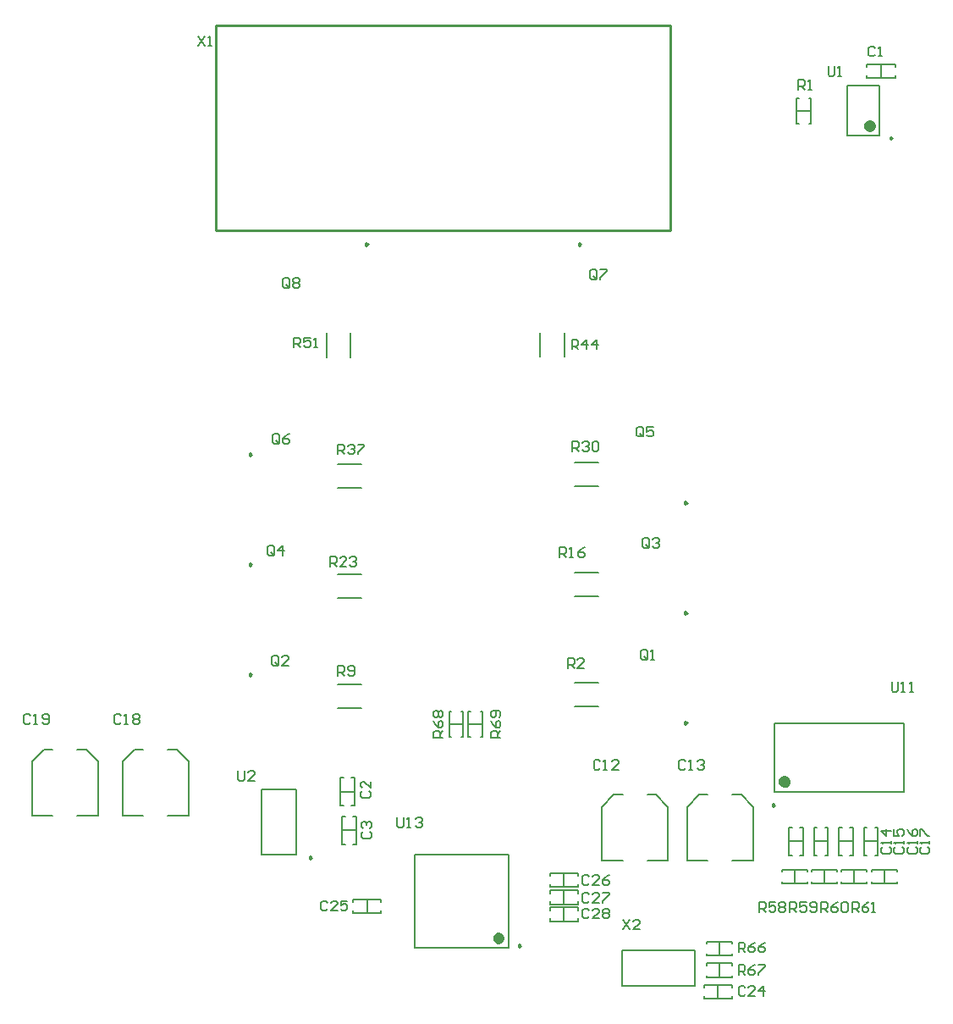
<source format=gto>
G04*
G04 #@! TF.GenerationSoftware,Altium Limited,Altium Designer,20.0.13 (296)*
G04*
G04 Layer_Color=65535*
%FSLAX25Y25*%
%MOIN*%
G70*
G01*
G75*
%ADD10C,0.00984*%
%ADD11C,0.02362*%
%ADD12C,0.00787*%
%ADD13C,0.00591*%
%ADD14C,0.01000*%
D10*
X325621Y82643D02*
X324883Y83069D01*
Y82217D01*
X325621Y82643D01*
X119452Y177355D02*
X118714Y177781D01*
Y176929D01*
X119452Y177355D01*
Y134048D02*
X118714Y134474D01*
Y133622D01*
X119452Y134048D01*
X290981Y115017D02*
X290243Y115443D01*
Y114591D01*
X290981Y115017D01*
Y158324D02*
X290243Y158750D01*
Y157898D01*
X290981Y158324D01*
Y201631D02*
X290243Y202057D01*
Y201205D01*
X290981Y201631D01*
X249198Y303335D02*
X248460Y303761D01*
Y302909D01*
X249198Y303335D01*
X119452Y220662D02*
X118714Y221088D01*
Y220236D01*
X119452Y220662D01*
X165306Y303335D02*
X164568Y303761D01*
Y302909D01*
X165306Y303335D01*
X225430Y27253D02*
X224692Y27680D01*
Y26827D01*
X225430Y27253D01*
X371776Y345123D02*
X371038Y345549D01*
Y344697D01*
X371776Y345123D01*
X143151Y61939D02*
X142413Y62365D01*
Y61512D01*
X143151Y61939D01*
D11*
X330503Y91895D02*
X330058Y92818D01*
X329059Y93046D01*
X328257Y92407D01*
Y91382D01*
X329059Y90743D01*
X330058Y90971D01*
X330503Y91895D01*
X217950Y30305D02*
X217505Y31228D01*
X216506Y31456D01*
X215705Y30817D01*
Y29792D01*
X216506Y29153D01*
X217505Y29381D01*
X217950Y30305D01*
X364099Y350064D02*
X363654Y350987D01*
X362655Y351215D01*
X361854Y350576D01*
Y349551D01*
X362655Y348912D01*
X363654Y349140D01*
X364099Y350064D01*
D12*
X325384Y87958D02*
X376566D01*
X325384Y114729D02*
X376566D01*
X325384Y87958D02*
Y114729D01*
X376566Y87958D02*
Y114729D01*
X153324Y164058D02*
X162773D01*
X153324Y173507D02*
X162773D01*
X153324Y120751D02*
X162773D01*
X153324Y130200D02*
X162773D01*
X257555Y60690D02*
Y82000D01*
Y60690D02*
X265725D01*
X275370D02*
X283540D01*
Y82000D01*
X262230Y86675D02*
X265725D01*
X257555Y82000D02*
X262230Y86675D01*
X278864D02*
X283540Y82000D01*
X275370Y86675D02*
X278864D01*
X246676Y130972D02*
X256124D01*
X246676Y121523D02*
X256124D01*
X246676Y174279D02*
X256124D01*
X246676Y164830D02*
X256124D01*
X246676Y217586D02*
X256124D01*
X246676Y208137D02*
X256124D01*
X233223Y259122D02*
Y268571D01*
X242672Y259122D02*
Y268571D01*
X153324Y207365D02*
X162773D01*
X153324Y216814D02*
X162773D01*
X149177Y258966D02*
Y268414D01*
X158625Y258966D02*
Y268414D01*
X50818Y104516D02*
X54312D01*
X58987Y99841D01*
X33003D02*
X37678Y104516D01*
X41172D01*
X58987Y78532D02*
Y99841D01*
X50818Y78532D02*
X58987D01*
X33003D02*
X41172D01*
X33003D02*
Y99841D01*
X86596Y104516D02*
X90090D01*
X94765Y99841D01*
X68781D02*
X73456Y104516D01*
X76950D01*
X94765Y78532D02*
Y99841D01*
X86596Y78532D02*
X94765D01*
X68781D02*
X76950D01*
X68781D02*
Y99841D01*
X308886Y86671D02*
X312380D01*
X317056Y81996D01*
X291071D02*
X295746Y86671D01*
X299241D01*
X317056Y60687D02*
Y81996D01*
X308886Y60687D02*
X317056D01*
X291071D02*
X299241D01*
X291071D02*
Y81996D01*
X294050Y11440D02*
Y25440D01*
X265550D02*
X294050D01*
X265550Y11440D02*
Y25440D01*
Y11440D02*
X294050D01*
X220706Y26368D02*
Y63178D01*
X183895Y26368D02*
Y63178D01*
Y26368D02*
X220706D01*
X183895Y63178D02*
X220706D01*
X354257Y365812D02*
X366855D01*
X354257Y346127D02*
X366855D01*
X354257D02*
Y365812D01*
X366855Y346127D02*
Y365812D01*
X123368Y63317D02*
Y88907D01*
X137147D01*
Y63317D02*
Y88712D01*
X123368Y63317D02*
X137147D01*
X217627Y109181D02*
X213691D01*
Y111149D01*
X214348Y111805D01*
X215659D01*
X216315Y111149D01*
Y109181D01*
Y110493D02*
X217627Y111805D01*
X213691Y115741D02*
X214348Y114429D01*
X215659Y113117D01*
X216971D01*
X217627Y113773D01*
Y115085D01*
X216971Y115741D01*
X216315D01*
X215659Y115085D01*
Y113117D01*
X216971Y117053D02*
X217627Y117709D01*
Y119021D01*
X216971Y119676D01*
X214348D01*
X213691Y119021D01*
Y117709D01*
X214348Y117053D01*
X215003D01*
X215659Y117709D01*
Y119676D01*
X194949Y109320D02*
X191014D01*
Y111288D01*
X191670Y111944D01*
X192982D01*
X193638Y111288D01*
Y109320D01*
Y110632D02*
X194949Y111944D01*
X191014Y115880D02*
X191670Y114568D01*
X192982Y113256D01*
X194294D01*
X194949Y113912D01*
Y115224D01*
X194294Y115880D01*
X193638D01*
X192982Y115224D01*
Y113256D01*
X191670Y117192D02*
X191014Y117848D01*
Y119160D01*
X191670Y119816D01*
X192326D01*
X192982Y119160D01*
X193638Y119816D01*
X194294D01*
X194949Y119160D01*
Y117848D01*
X194294Y117192D01*
X193638D01*
X192982Y117848D01*
X192326Y117192D01*
X191670D01*
X192982Y117848D02*
Y119160D01*
X365065Y380625D02*
X364409Y381280D01*
X363097D01*
X362441Y380625D01*
Y378001D01*
X363097Y377345D01*
X364409D01*
X365065Y378001D01*
X366377Y377345D02*
X367688D01*
X367033D01*
Y381280D01*
X366377Y380625D01*
X32424Y117780D02*
X31768Y118436D01*
X30456D01*
X29800Y117780D01*
Y115156D01*
X30456Y114500D01*
X31768D01*
X32424Y115156D01*
X33736Y114500D02*
X35048D01*
X34392D01*
Y118436D01*
X33736Y117780D01*
X37016Y115156D02*
X37672Y114500D01*
X38983D01*
X39639Y115156D01*
Y117780D01*
X38983Y118436D01*
X37672D01*
X37016Y117780D01*
Y117124D01*
X37672Y116468D01*
X39639D01*
X290473Y99876D02*
X289816Y100532D01*
X288505D01*
X287849Y99876D01*
Y97252D01*
X288505Y96596D01*
X289816D01*
X290473Y97252D01*
X291784Y96596D02*
X293096D01*
X292440D01*
Y100532D01*
X291784Y99876D01*
X295064D02*
X295720Y100532D01*
X297032D01*
X297688Y99876D01*
Y99220D01*
X297032Y98564D01*
X296376D01*
X297032D01*
X297688Y97908D01*
Y97252D01*
X297032Y96596D01*
X295720D01*
X295064Y97252D01*
X68124Y117780D02*
X67468Y118436D01*
X66156D01*
X65500Y117780D01*
Y115156D01*
X66156Y114500D01*
X67468D01*
X68124Y115156D01*
X69436Y114500D02*
X70748D01*
X70092D01*
Y118436D01*
X69436Y117780D01*
X72716D02*
X73371Y118436D01*
X74683D01*
X75339Y117780D01*
Y117124D01*
X74683Y116468D01*
X75339Y115812D01*
Y115156D01*
X74683Y114500D01*
X73371D01*
X72716Y115156D01*
Y115812D01*
X73371Y116468D01*
X72716Y117124D01*
Y117780D01*
X73371Y116468D02*
X74683D01*
X256923Y99880D02*
X256267Y100536D01*
X254955D01*
X254299Y99880D01*
Y97256D01*
X254955Y96600D01*
X256267D01*
X256923Y97256D01*
X258235Y96600D02*
X259547D01*
X258891D01*
Y100536D01*
X258235Y99880D01*
X264139Y96600D02*
X261515D01*
X264139Y99224D01*
Y99880D01*
X263483Y100536D01*
X262171D01*
X261515Y99880D01*
X98433Y385333D02*
X101057Y381397D01*
Y385333D02*
X98433Y381397D01*
X102369D02*
X103681D01*
X103025D01*
Y385333D01*
X102369Y384677D01*
X265800Y37636D02*
X268424Y33700D01*
Y37636D02*
X265800Y33700D01*
X272360D02*
X269736D01*
X272360Y36324D01*
Y36980D01*
X271704Y37636D01*
X270392D01*
X269736Y36980D01*
X176800Y77736D02*
Y74456D01*
X177456Y73800D01*
X178768D01*
X179424Y74456D01*
Y77736D01*
X180736Y73800D02*
X182048D01*
X181392D01*
Y77736D01*
X180736Y77080D01*
X184016D02*
X184671Y77736D01*
X185983D01*
X186639Y77080D01*
Y76424D01*
X185983Y75768D01*
X185327D01*
X185983D01*
X186639Y75112D01*
Y74456D01*
X185983Y73800D01*
X184671D01*
X184016Y74456D01*
X346641Y373580D02*
Y370301D01*
X347297Y369645D01*
X348609D01*
X349265Y370301D01*
Y373580D01*
X350577Y369645D02*
X351888D01*
X351233D01*
Y373580D01*
X350577Y372924D01*
X114236Y96095D02*
Y92815D01*
X114892Y92159D01*
X116204D01*
X116860Y92815D01*
Y96095D01*
X120796Y92159D02*
X118172D01*
X120796Y94783D01*
Y95439D01*
X120140Y96095D01*
X118828D01*
X118172Y95439D01*
X371631Y131167D02*
Y127888D01*
X372287Y127232D01*
X373599D01*
X374254Y127888D01*
Y131167D01*
X375566Y127232D02*
X376878D01*
X376222D01*
Y131167D01*
X375566Y130511D01*
X378846Y127232D02*
X380158D01*
X379502D01*
Y131167D01*
X378846Y130511D01*
X311332Y15977D02*
Y19913D01*
X313300D01*
X313956Y19257D01*
Y17945D01*
X313300Y17289D01*
X311332D01*
X312644D02*
X313956Y15977D01*
X317891Y19913D02*
X316580Y19257D01*
X315268Y17945D01*
Y16633D01*
X315924Y15977D01*
X317235D01*
X317891Y16633D01*
Y17289D01*
X317235Y17945D01*
X315268D01*
X319203Y19913D02*
X321827D01*
Y19257D01*
X319203Y16633D01*
Y15977D01*
X311332Y24707D02*
Y28643D01*
X313300D01*
X313956Y27987D01*
Y26675D01*
X313300Y26019D01*
X311332D01*
X312644D02*
X313956Y24707D01*
X317891Y28643D02*
X316580Y27987D01*
X315268Y26675D01*
Y25363D01*
X315924Y24707D01*
X317235D01*
X317891Y25363D01*
Y26019D01*
X317235Y26675D01*
X315268D01*
X321827Y28643D02*
X320515Y27987D01*
X319203Y26675D01*
Y25363D01*
X319859Y24707D01*
X321171D01*
X321827Y25363D01*
Y26019D01*
X321171Y26675D01*
X319203D01*
X334741Y364145D02*
Y368080D01*
X336709D01*
X337365Y367425D01*
Y366113D01*
X336709Y365457D01*
X334741D01*
X336053D02*
X337365Y364145D01*
X338677D02*
X339988D01*
X339333D01*
Y368080D01*
X338677Y367425D01*
X136285Y262714D02*
Y266650D01*
X138253D01*
X138909Y265994D01*
Y264682D01*
X138253Y264026D01*
X136285D01*
X137597D02*
X138909Y262714D01*
X142845Y266650D02*
X140221D01*
Y264682D01*
X141533Y265338D01*
X142189D01*
X142845Y264682D01*
Y263370D01*
X142189Y262714D01*
X140877D01*
X140221Y263370D01*
X144157Y262714D02*
X145468D01*
X144813D01*
Y266650D01*
X144157Y265994D01*
X245635Y262019D02*
Y265955D01*
X247603D01*
X248259Y265299D01*
Y263987D01*
X247603Y263331D01*
X245635D01*
X246947D02*
X248259Y262019D01*
X251539D02*
Y265955D01*
X249571Y263987D01*
X252195D01*
X255474Y262019D02*
Y265955D01*
X253506Y263987D01*
X256130D01*
X153434Y220701D02*
Y224637D01*
X155402D01*
X156058Y223981D01*
Y222669D01*
X155402Y222013D01*
X153434D01*
X154746D02*
X156058Y220701D01*
X157369Y223981D02*
X158026Y224637D01*
X159337D01*
X159993Y223981D01*
Y223325D01*
X159337Y222669D01*
X158681D01*
X159337D01*
X159993Y222013D01*
Y221357D01*
X159337Y220701D01*
X158026D01*
X157369Y221357D01*
X161305Y224637D02*
X163929D01*
Y223981D01*
X161305Y221357D01*
Y220701D01*
X245782Y221952D02*
Y225888D01*
X247749D01*
X248406Y225232D01*
Y223920D01*
X247749Y223264D01*
X245782D01*
X247094D02*
X248406Y221952D01*
X249717Y225232D02*
X250373Y225888D01*
X251685D01*
X252341Y225232D01*
Y224576D01*
X251685Y223920D01*
X251029D01*
X251685D01*
X252341Y223264D01*
Y222608D01*
X251685Y221952D01*
X250373D01*
X249717Y222608D01*
X253653Y225232D02*
X254309Y225888D01*
X255621D01*
X256277Y225232D01*
Y222608D01*
X255621Y221952D01*
X254309D01*
X253653Y222608D01*
Y225232D01*
X150392Y176512D02*
Y180447D01*
X152360D01*
X153016Y179791D01*
Y178479D01*
X152360Y177823D01*
X150392D01*
X151704D02*
X153016Y176512D01*
X156951D02*
X154327D01*
X156951Y179135D01*
Y179791D01*
X156295Y180447D01*
X154983D01*
X154327Y179791D01*
X158263D02*
X158919Y180447D01*
X160231D01*
X160887Y179791D01*
Y179135D01*
X160231Y178479D01*
X159575D01*
X160231D01*
X160887Y177823D01*
Y177167D01*
X160231Y176512D01*
X158919D01*
X158263Y177167D01*
X240963Y180215D02*
Y184151D01*
X242931D01*
X243587Y183495D01*
Y182183D01*
X242931Y181527D01*
X240963D01*
X242275D02*
X243587Y180215D01*
X244899D02*
X246211D01*
X245555D01*
Y184151D01*
X244899Y183495D01*
X250802Y184151D02*
X249491Y183495D01*
X248179Y182183D01*
Y180871D01*
X248835Y180215D01*
X250147D01*
X250802Y180871D01*
Y181527D01*
X250147Y182183D01*
X248179D01*
X153430Y133637D02*
Y137573D01*
X155398D01*
X156054Y136917D01*
Y135605D01*
X155398Y134949D01*
X153430D01*
X154742D02*
X156054Y133637D01*
X157366Y134293D02*
X158022Y133637D01*
X159334D01*
X159990Y134293D01*
Y136917D01*
X159334Y137573D01*
X158022D01*
X157366Y136917D01*
Y136261D01*
X158022Y135605D01*
X159990D01*
X244017Y136405D02*
Y140340D01*
X245985D01*
X246641Y139684D01*
Y138373D01*
X245985Y137716D01*
X244017D01*
X245329D02*
X246641Y136405D01*
X250577D02*
X247953D01*
X250577Y139028D01*
Y139684D01*
X249921Y140340D01*
X248609D01*
X247953Y139684D01*
X356053Y40540D02*
Y44476D01*
X358021D01*
X358677Y43820D01*
Y42508D01*
X358021Y41852D01*
X356053D01*
X357365D02*
X358677Y40540D01*
X362613Y44476D02*
X361301Y43820D01*
X359989Y42508D01*
Y41196D01*
X360645Y40540D01*
X361957D01*
X362613Y41196D01*
Y41852D01*
X361957Y42508D01*
X359989D01*
X363925Y40540D02*
X365236D01*
X364580D01*
Y44476D01*
X363925Y43820D01*
X343848Y40540D02*
Y44476D01*
X345816D01*
X346472Y43820D01*
Y42508D01*
X345816Y41852D01*
X343848D01*
X345161D02*
X346472Y40540D01*
X350408Y44476D02*
X349096Y43820D01*
X347784Y42508D01*
Y41196D01*
X348440Y40540D01*
X349752D01*
X350408Y41196D01*
Y41852D01*
X349752Y42508D01*
X347784D01*
X351720Y43820D02*
X352376Y44476D01*
X353688D01*
X354344Y43820D01*
Y41196D01*
X353688Y40540D01*
X352376D01*
X351720Y41196D01*
Y43820D01*
X331613Y40540D02*
Y44476D01*
X333581D01*
X334237Y43820D01*
Y42508D01*
X333581Y41852D01*
X331613D01*
X332925D02*
X334237Y40540D01*
X338173Y44476D02*
X335549D01*
Y42508D01*
X336861Y43164D01*
X337517D01*
X338173Y42508D01*
Y41196D01*
X337517Y40540D01*
X336205D01*
X335549Y41196D01*
X339485D02*
X340141Y40540D01*
X341453D01*
X342109Y41196D01*
Y43820D01*
X341453Y44476D01*
X340141D01*
X339485Y43820D01*
Y43164D01*
X340141Y42508D01*
X342109D01*
X319378Y40540D02*
Y44476D01*
X321346D01*
X322002Y43820D01*
Y42508D01*
X321346Y41852D01*
X319378D01*
X320690D02*
X322002Y40540D01*
X325938Y44476D02*
X323314D01*
Y42508D01*
X324626Y43164D01*
X325282D01*
X325938Y42508D01*
Y41196D01*
X325282Y40540D01*
X323970D01*
X323314Y41196D01*
X327249Y43820D02*
X327905Y44476D01*
X329217D01*
X329873Y43820D01*
Y43164D01*
X329217Y42508D01*
X329873Y41852D01*
Y41196D01*
X329217Y40540D01*
X327905D01*
X327249Y41196D01*
Y41852D01*
X327905Y42508D01*
X327249Y43164D01*
Y43820D01*
X327905Y42508D02*
X329217D01*
X134481Y286964D02*
Y289588D01*
X133825Y290244D01*
X132513D01*
X131857Y289588D01*
Y286964D01*
X132513Y286308D01*
X133825D01*
X133169Y287620D02*
X134481Y286308D01*
X133825D02*
X134481Y286964D01*
X135793Y289588D02*
X136449Y290244D01*
X137761D01*
X138417Y289588D01*
Y288932D01*
X137761Y288276D01*
X138417Y287620D01*
Y286964D01*
X137761Y286308D01*
X136449D01*
X135793Y286964D01*
Y287620D01*
X136449Y288276D01*
X135793Y288932D01*
Y289588D01*
X136449Y288276D02*
X137761D01*
X255534Y290246D02*
Y292869D01*
X254878Y293526D01*
X253566D01*
X252910Y292869D01*
Y290246D01*
X253566Y289590D01*
X254878D01*
X254222Y290902D02*
X255534Y289590D01*
X254878D02*
X255534Y290246D01*
X256846Y293526D02*
X259470D01*
Y292869D01*
X256846Y290246D01*
Y289590D01*
X130500Y225545D02*
Y228169D01*
X129844Y228825D01*
X128532D01*
X127876Y228169D01*
Y225545D01*
X128532Y224889D01*
X129844D01*
X129188Y226201D02*
X130500Y224889D01*
X129844D02*
X130500Y225545D01*
X134436Y228825D02*
X133124Y228169D01*
X131812Y226857D01*
Y225545D01*
X132468Y224889D01*
X133780D01*
X134436Y225545D01*
Y226201D01*
X133780Y226857D01*
X131812D01*
X273813Y228325D02*
Y230948D01*
X273157Y231604D01*
X271846D01*
X271189Y230948D01*
Y228325D01*
X271846Y227669D01*
X273157D01*
X272501Y228980D02*
X273813Y227669D01*
X273157D02*
X273813Y228325D01*
X277749Y231604D02*
X275125D01*
Y229637D01*
X276437Y230293D01*
X277093D01*
X277749Y229637D01*
Y228325D01*
X277093Y227669D01*
X275781D01*
X275125Y228325D01*
X128390Y181624D02*
Y184248D01*
X127734Y184904D01*
X126422D01*
X125766Y184248D01*
Y181624D01*
X126422Y180968D01*
X127734D01*
X127078Y182280D02*
X128390Y180968D01*
X127734D02*
X128390Y181624D01*
X131670Y180968D02*
Y184904D01*
X129702Y182936D01*
X132326D01*
X276101Y184493D02*
Y187117D01*
X275445Y187773D01*
X274133D01*
X273477Y187117D01*
Y184493D01*
X274133Y183837D01*
X275445D01*
X274789Y185149D02*
X276101Y183837D01*
X275445D02*
X276101Y184493D01*
X277413Y187117D02*
X278069Y187773D01*
X279381D01*
X280037Y187117D01*
Y186461D01*
X279381Y185805D01*
X278725D01*
X279381D01*
X280037Y185149D01*
Y184493D01*
X279381Y183837D01*
X278069D01*
X277413Y184493D01*
X130143Y138085D02*
Y140708D01*
X129488Y141365D01*
X128176D01*
X127520Y140708D01*
Y138085D01*
X128176Y137429D01*
X129488D01*
X128832Y138741D02*
X130143Y137429D01*
X129488D02*
X130143Y138085D01*
X134079Y137429D02*
X131456D01*
X134079Y140052D01*
Y140708D01*
X133423Y141365D01*
X132111D01*
X131456Y140708D01*
X275527Y140605D02*
Y143228D01*
X274871Y143885D01*
X273559D01*
X272903Y143228D01*
Y140605D01*
X273559Y139949D01*
X274871D01*
X274215Y141261D02*
X275527Y139949D01*
X274871D02*
X275527Y140605D01*
X276839Y139949D02*
X278151D01*
X277495D01*
Y143885D01*
X276839Y143228D01*
X252518Y41318D02*
X251862Y41974D01*
X250550D01*
X249894Y41318D01*
Y38694D01*
X250550Y38038D01*
X251862D01*
X252518Y38694D01*
X256454Y38038D02*
X253830D01*
X256454Y40662D01*
Y41318D01*
X255798Y41974D01*
X254486D01*
X253830Y41318D01*
X257766D02*
X258422Y41974D01*
X259734D01*
X260390Y41318D01*
Y40662D01*
X259734Y40006D01*
X260390Y39350D01*
Y38694D01*
X259734Y38038D01*
X258422D01*
X257766Y38694D01*
Y39350D01*
X258422Y40006D01*
X257766Y40662D01*
Y41318D01*
X258422Y40006D02*
X259734D01*
X252518Y47573D02*
X251862Y48229D01*
X250550D01*
X249894Y47573D01*
Y44949D01*
X250550Y44293D01*
X251862D01*
X252518Y44949D01*
X256454Y44293D02*
X253830D01*
X256454Y46917D01*
Y47573D01*
X255798Y48229D01*
X254486D01*
X253830Y47573D01*
X257766Y48229D02*
X260390D01*
Y47573D01*
X257766Y44949D01*
Y44293D01*
X252518Y54575D02*
X251862Y55231D01*
X250550D01*
X249894Y54575D01*
Y51951D01*
X250550Y51295D01*
X251862D01*
X252518Y51951D01*
X256454Y51295D02*
X253830D01*
X256454Y53919D01*
Y54575D01*
X255798Y55231D01*
X254486D01*
X253830Y54575D01*
X260390Y55231D02*
X259078Y54575D01*
X257766Y53263D01*
Y51951D01*
X258422Y51295D01*
X259734D01*
X260390Y51951D01*
Y52607D01*
X259734Y53263D01*
X257766D01*
X149392Y44332D02*
X148737Y44988D01*
X147425D01*
X146769Y44332D01*
Y41708D01*
X147425Y41052D01*
X148737D01*
X149392Y41708D01*
X153328Y41052D02*
X150704D01*
X153328Y43676D01*
Y44332D01*
X152672Y44988D01*
X151360D01*
X150704Y44332D01*
X157264Y44988D02*
X154640D01*
Y43020D01*
X155952Y43676D01*
X156608D01*
X157264Y43020D01*
Y41708D01*
X156608Y41052D01*
X155296D01*
X154640Y41708D01*
X313956Y10903D02*
X313300Y11559D01*
X311988D01*
X311332Y10903D01*
Y8279D01*
X311988Y7623D01*
X313300D01*
X313956Y8279D01*
X317891Y7623D02*
X315268D01*
X317891Y10247D01*
Y10903D01*
X317235Y11559D01*
X315924D01*
X315268Y10903D01*
X321171Y7623D02*
Y11559D01*
X319203Y9591D01*
X321827D01*
X163598Y72150D02*
X162942Y71494D01*
Y70182D01*
X163598Y69526D01*
X166222D01*
X166878Y70182D01*
Y71494D01*
X166222Y72150D01*
X163598Y73462D02*
X162942Y74118D01*
Y75430D01*
X163598Y76086D01*
X164254D01*
X164910Y75430D01*
Y74774D01*
Y75430D01*
X165566Y76086D01*
X166222D01*
X166878Y75430D01*
Y74118D01*
X166222Y73462D01*
X163045Y88053D02*
X162389Y87397D01*
Y86085D01*
X163045Y85429D01*
X165669D01*
X166325Y86085D01*
Y87397D01*
X165669Y88053D01*
X166325Y91989D02*
Y89365D01*
X163701Y91989D01*
X163045D01*
X162389Y91333D01*
Y90021D01*
X163045Y89365D01*
X383331Y66031D02*
X382675Y65375D01*
Y64063D01*
X383331Y63407D01*
X385955D01*
X386611Y64063D01*
Y65375D01*
X385955Y66031D01*
X386611Y67343D02*
Y68655D01*
Y67999D01*
X382675D01*
X383331Y67343D01*
X382675Y70623D02*
Y73246D01*
X383331D01*
X385955Y70623D01*
X386611D01*
X378368Y66031D02*
X377712Y65375D01*
Y64063D01*
X378368Y63407D01*
X380992D01*
X381648Y64063D01*
Y65375D01*
X380992Y66031D01*
X381648Y67343D02*
Y68655D01*
Y67999D01*
X377712D01*
X378368Y67343D01*
X377712Y73246D02*
X378368Y71934D01*
X379680Y70623D01*
X380992D01*
X381648Y71279D01*
Y72590D01*
X380992Y73246D01*
X380336D01*
X379680Y72590D01*
Y70623D01*
X373247Y66031D02*
X372591Y65375D01*
Y64063D01*
X373247Y63407D01*
X375871D01*
X376527Y64063D01*
Y65375D01*
X375871Y66031D01*
X376527Y67343D02*
Y68655D01*
Y67999D01*
X372591D01*
X373247Y67343D01*
X372591Y73246D02*
Y70623D01*
X374559D01*
X373903Y71934D01*
Y72590D01*
X374559Y73246D01*
X375871D01*
X376527Y72590D01*
Y71279D01*
X375871Y70623D01*
X368102Y66031D02*
X367446Y65375D01*
Y64063D01*
X368102Y63407D01*
X370726D01*
X371382Y64063D01*
Y65375D01*
X370726Y66031D01*
X371382Y67343D02*
Y68655D01*
Y67999D01*
X367446D01*
X368102Y67343D01*
X371382Y72590D02*
X367446D01*
X369414Y70623D01*
Y73246D01*
D13*
X202129Y109418D02*
X202885D01*
Y119418D01*
X202129D02*
X202885D01*
X197373D02*
X198129D01*
X197373Y109418D02*
Y119418D01*
Y109418D02*
X198129D01*
X197373Y114418D02*
X202885D01*
X204920Y119418D02*
X205676D01*
X204920Y109418D02*
Y119418D01*
Y109418D02*
X205676D01*
X209676D02*
X210432D01*
Y119418D01*
X209676D02*
X210432D01*
X204920Y114418D02*
X210432D01*
X154608Y93410D02*
X155789D01*
X154608Y82387D02*
Y93410D01*
Y82387D02*
X155789D01*
X158939D02*
X160120D01*
Y93410D01*
X158939D02*
X160120D01*
X154608Y87899D02*
X160120D01*
X159480Y67160D02*
X160661D01*
Y78184D01*
X159480D02*
X160661D01*
X155149D02*
X156331D01*
X155149Y67160D02*
Y78184D01*
Y67160D02*
X156331D01*
X155149Y72672D02*
X160661D01*
X159474Y40099D02*
Y41280D01*
Y40099D02*
X170498D01*
Y41280D01*
Y44430D02*
Y45611D01*
X159474D02*
X170498D01*
X159474Y44430D02*
Y45611D01*
X164986Y40099D02*
Y45611D01*
X248123Y54708D02*
Y55889D01*
X237099D02*
X248123D01*
X237099Y54708D02*
Y55889D01*
Y50377D02*
Y51559D01*
Y50377D02*
X248123D01*
Y51559D01*
X242611Y50377D02*
Y55889D01*
X248123Y47942D02*
Y49123D01*
X237099D02*
X248123D01*
X237099Y47942D02*
Y49123D01*
Y43611D02*
Y44792D01*
Y43611D02*
X248123D01*
Y44792D01*
X242611Y43611D02*
Y49123D01*
X248123Y41175D02*
Y42356D01*
X237099D02*
X248123D01*
X237099Y41175D02*
Y42356D01*
Y36845D02*
Y38026D01*
Y36845D02*
X248123D01*
Y38026D01*
X242611Y36845D02*
Y42356D01*
X303790Y23348D02*
Y28860D01*
X298790Y28104D02*
Y28860D01*
X308790D01*
Y28104D02*
Y28860D01*
Y23348D02*
Y24104D01*
X298790Y23348D02*
X308790D01*
X298790D02*
Y24104D01*
X303790Y14871D02*
Y20383D01*
X298790Y19627D02*
Y20383D01*
X308790D01*
Y19627D02*
Y20383D01*
Y14871D02*
Y15627D01*
X298790Y14871D02*
X308790D01*
X298790D02*
Y15627D01*
X297766Y6394D02*
Y7575D01*
Y6394D02*
X308790D01*
Y7575D01*
Y10725D02*
Y11906D01*
X297766D02*
X308790D01*
X297766Y10725D02*
Y11906D01*
X303278Y6394D02*
Y11906D01*
X363780Y51766D02*
Y52522D01*
Y51766D02*
X373780D01*
Y52522D01*
Y56522D02*
Y57278D01*
X363780D02*
X373780D01*
X363780Y56522D02*
Y57278D01*
X368780Y51766D02*
Y57278D01*
X351953Y51766D02*
Y52522D01*
Y51766D02*
X361953D01*
Y52522D01*
Y56522D02*
Y57278D01*
X351953D02*
X361953D01*
X351953Y56522D02*
Y57278D01*
X356953Y51766D02*
Y57278D01*
X360752Y68439D02*
X366264D01*
X360752Y62928D02*
X361933D01*
X360752D02*
Y73951D01*
X361933D01*
X365083D02*
X366264D01*
Y62928D02*
Y73951D01*
X365083Y62928D02*
X366264D01*
X350926Y68439D02*
X356438D01*
X350926Y62928D02*
X352107D01*
X350926D02*
Y73951D01*
X352107D01*
X355257D02*
X356438D01*
Y62928D02*
Y73951D01*
X355257Y62928D02*
X356438D01*
X341101Y68439D02*
X346613D01*
X341101Y62928D02*
X342282D01*
X341101D02*
Y73951D01*
X342282D01*
X345431D02*
X346613D01*
Y62928D02*
Y73951D01*
X345431Y62928D02*
X346613D01*
X340125Y51766D02*
Y52522D01*
Y51766D02*
X350125D01*
Y52522D01*
Y56522D02*
Y57278D01*
X340125D02*
X350125D01*
X340125Y56522D02*
Y57278D01*
X345125Y51766D02*
Y57278D01*
X328298Y51766D02*
Y52522D01*
Y51766D02*
X338298D01*
Y52522D01*
Y56522D02*
Y57278D01*
X328298D02*
X338298D01*
X328298Y56522D02*
Y57278D01*
X333298Y51766D02*
Y57278D01*
X331275Y68439D02*
X336787D01*
X331275Y62928D02*
X332456D01*
X331275D02*
Y73951D01*
X332456D01*
X335606D02*
X336787D01*
Y62928D02*
Y73951D01*
X335606Y62928D02*
X336787D01*
X361944Y368789D02*
Y369970D01*
Y368789D02*
X372967D01*
Y369970D01*
Y373119D02*
Y374300D01*
X361944D02*
X372967D01*
X361944Y373119D02*
Y374300D01*
X367455Y368789D02*
Y374300D01*
X339037Y350968D02*
X339793D01*
Y360968D01*
X339037D02*
X339793D01*
X334281D02*
X335037D01*
X334281Y350968D02*
Y360968D01*
Y350968D02*
X335037D01*
X334281Y355968D02*
X339793D01*
D14*
X284626Y308898D02*
Y389398D01*
X105626D02*
X284626D01*
X105626Y308898D02*
Y389398D01*
Y308898D02*
X284626D01*
M02*

</source>
